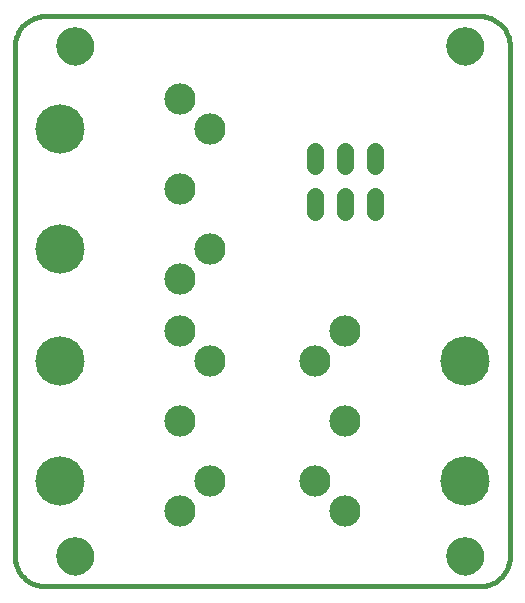
<source format=gts>
G75*
G70*
%OFA0B0*%
%FSLAX24Y24*%
%IPPOS*%
%LPD*%
%AMOC8*
5,1,8,0,0,1.08239X$1,22.5*
%
%ADD10C,0.0000*%
%ADD11C,0.1260*%
%ADD12C,0.0160*%
%ADD13C,0.1040*%
%ADD14C,0.1640*%
%ADD15C,0.0555*%
D10*
X002118Y001728D02*
X002120Y001777D01*
X002126Y001826D01*
X002136Y001874D01*
X002149Y001921D01*
X002167Y001967D01*
X002188Y002011D01*
X002212Y002054D01*
X002240Y002094D01*
X002271Y002133D01*
X002305Y002168D01*
X002342Y002201D01*
X002381Y002230D01*
X002423Y002256D01*
X002466Y002279D01*
X002512Y002298D01*
X002558Y002314D01*
X002606Y002326D01*
X002654Y002334D01*
X002703Y002338D01*
X002753Y002338D01*
X002802Y002334D01*
X002850Y002326D01*
X002898Y002314D01*
X002944Y002298D01*
X002990Y002279D01*
X003033Y002256D01*
X003075Y002230D01*
X003114Y002201D01*
X003151Y002168D01*
X003185Y002133D01*
X003216Y002094D01*
X003244Y002054D01*
X003268Y002011D01*
X003289Y001967D01*
X003307Y001921D01*
X003320Y001874D01*
X003330Y001826D01*
X003336Y001777D01*
X003338Y001728D01*
X003336Y001679D01*
X003330Y001630D01*
X003320Y001582D01*
X003307Y001535D01*
X003289Y001489D01*
X003268Y001445D01*
X003244Y001402D01*
X003216Y001362D01*
X003185Y001323D01*
X003151Y001288D01*
X003114Y001255D01*
X003075Y001226D01*
X003033Y001200D01*
X002990Y001177D01*
X002944Y001158D01*
X002898Y001142D01*
X002850Y001130D01*
X002802Y001122D01*
X002753Y001118D01*
X002703Y001118D01*
X002654Y001122D01*
X002606Y001130D01*
X002558Y001142D01*
X002512Y001158D01*
X002466Y001177D01*
X002423Y001200D01*
X002381Y001226D01*
X002342Y001255D01*
X002305Y001288D01*
X002271Y001323D01*
X002240Y001362D01*
X002212Y001402D01*
X002188Y001445D01*
X002167Y001489D01*
X002149Y001535D01*
X002136Y001582D01*
X002126Y001630D01*
X002120Y001679D01*
X002118Y001728D01*
X015118Y001728D02*
X015120Y001777D01*
X015126Y001826D01*
X015136Y001874D01*
X015149Y001921D01*
X015167Y001967D01*
X015188Y002011D01*
X015212Y002054D01*
X015240Y002094D01*
X015271Y002133D01*
X015305Y002168D01*
X015342Y002201D01*
X015381Y002230D01*
X015423Y002256D01*
X015466Y002279D01*
X015512Y002298D01*
X015558Y002314D01*
X015606Y002326D01*
X015654Y002334D01*
X015703Y002338D01*
X015753Y002338D01*
X015802Y002334D01*
X015850Y002326D01*
X015898Y002314D01*
X015944Y002298D01*
X015990Y002279D01*
X016033Y002256D01*
X016075Y002230D01*
X016114Y002201D01*
X016151Y002168D01*
X016185Y002133D01*
X016216Y002094D01*
X016244Y002054D01*
X016268Y002011D01*
X016289Y001967D01*
X016307Y001921D01*
X016320Y001874D01*
X016330Y001826D01*
X016336Y001777D01*
X016338Y001728D01*
X016336Y001679D01*
X016330Y001630D01*
X016320Y001582D01*
X016307Y001535D01*
X016289Y001489D01*
X016268Y001445D01*
X016244Y001402D01*
X016216Y001362D01*
X016185Y001323D01*
X016151Y001288D01*
X016114Y001255D01*
X016075Y001226D01*
X016033Y001200D01*
X015990Y001177D01*
X015944Y001158D01*
X015898Y001142D01*
X015850Y001130D01*
X015802Y001122D01*
X015753Y001118D01*
X015703Y001118D01*
X015654Y001122D01*
X015606Y001130D01*
X015558Y001142D01*
X015512Y001158D01*
X015466Y001177D01*
X015423Y001200D01*
X015381Y001226D01*
X015342Y001255D01*
X015305Y001288D01*
X015271Y001323D01*
X015240Y001362D01*
X015212Y001402D01*
X015188Y001445D01*
X015167Y001489D01*
X015149Y001535D01*
X015136Y001582D01*
X015126Y001630D01*
X015120Y001679D01*
X015118Y001728D01*
X015118Y018728D02*
X015120Y018777D01*
X015126Y018826D01*
X015136Y018874D01*
X015149Y018921D01*
X015167Y018967D01*
X015188Y019011D01*
X015212Y019054D01*
X015240Y019094D01*
X015271Y019133D01*
X015305Y019168D01*
X015342Y019201D01*
X015381Y019230D01*
X015423Y019256D01*
X015466Y019279D01*
X015512Y019298D01*
X015558Y019314D01*
X015606Y019326D01*
X015654Y019334D01*
X015703Y019338D01*
X015753Y019338D01*
X015802Y019334D01*
X015850Y019326D01*
X015898Y019314D01*
X015944Y019298D01*
X015990Y019279D01*
X016033Y019256D01*
X016075Y019230D01*
X016114Y019201D01*
X016151Y019168D01*
X016185Y019133D01*
X016216Y019094D01*
X016244Y019054D01*
X016268Y019011D01*
X016289Y018967D01*
X016307Y018921D01*
X016320Y018874D01*
X016330Y018826D01*
X016336Y018777D01*
X016338Y018728D01*
X016336Y018679D01*
X016330Y018630D01*
X016320Y018582D01*
X016307Y018535D01*
X016289Y018489D01*
X016268Y018445D01*
X016244Y018402D01*
X016216Y018362D01*
X016185Y018323D01*
X016151Y018288D01*
X016114Y018255D01*
X016075Y018226D01*
X016033Y018200D01*
X015990Y018177D01*
X015944Y018158D01*
X015898Y018142D01*
X015850Y018130D01*
X015802Y018122D01*
X015753Y018118D01*
X015703Y018118D01*
X015654Y018122D01*
X015606Y018130D01*
X015558Y018142D01*
X015512Y018158D01*
X015466Y018177D01*
X015423Y018200D01*
X015381Y018226D01*
X015342Y018255D01*
X015305Y018288D01*
X015271Y018323D01*
X015240Y018362D01*
X015212Y018402D01*
X015188Y018445D01*
X015167Y018489D01*
X015149Y018535D01*
X015136Y018582D01*
X015126Y018630D01*
X015120Y018679D01*
X015118Y018728D01*
X002118Y018728D02*
X002120Y018777D01*
X002126Y018826D01*
X002136Y018874D01*
X002149Y018921D01*
X002167Y018967D01*
X002188Y019011D01*
X002212Y019054D01*
X002240Y019094D01*
X002271Y019133D01*
X002305Y019168D01*
X002342Y019201D01*
X002381Y019230D01*
X002423Y019256D01*
X002466Y019279D01*
X002512Y019298D01*
X002558Y019314D01*
X002606Y019326D01*
X002654Y019334D01*
X002703Y019338D01*
X002753Y019338D01*
X002802Y019334D01*
X002850Y019326D01*
X002898Y019314D01*
X002944Y019298D01*
X002990Y019279D01*
X003033Y019256D01*
X003075Y019230D01*
X003114Y019201D01*
X003151Y019168D01*
X003185Y019133D01*
X003216Y019094D01*
X003244Y019054D01*
X003268Y019011D01*
X003289Y018967D01*
X003307Y018921D01*
X003320Y018874D01*
X003330Y018826D01*
X003336Y018777D01*
X003338Y018728D01*
X003336Y018679D01*
X003330Y018630D01*
X003320Y018582D01*
X003307Y018535D01*
X003289Y018489D01*
X003268Y018445D01*
X003244Y018402D01*
X003216Y018362D01*
X003185Y018323D01*
X003151Y018288D01*
X003114Y018255D01*
X003075Y018226D01*
X003033Y018200D01*
X002990Y018177D01*
X002944Y018158D01*
X002898Y018142D01*
X002850Y018130D01*
X002802Y018122D01*
X002753Y018118D01*
X002703Y018118D01*
X002654Y018122D01*
X002606Y018130D01*
X002558Y018142D01*
X002512Y018158D01*
X002466Y018177D01*
X002423Y018200D01*
X002381Y018226D01*
X002342Y018255D01*
X002305Y018288D01*
X002271Y018323D01*
X002240Y018362D01*
X002212Y018402D01*
X002188Y018445D01*
X002167Y018489D01*
X002149Y018535D01*
X002136Y018582D01*
X002126Y018630D01*
X002120Y018679D01*
X002118Y018728D01*
D11*
X002728Y018728D03*
X015728Y018728D03*
X015728Y001728D03*
X002728Y001728D03*
D12*
X000728Y001728D02*
X000728Y018728D01*
X000730Y018788D01*
X000735Y018849D01*
X000744Y018908D01*
X000757Y018967D01*
X000773Y019025D01*
X000793Y019083D01*
X000816Y019138D01*
X000843Y019193D01*
X000872Y019245D01*
X000905Y019296D01*
X000941Y019345D01*
X000979Y019391D01*
X001021Y019435D01*
X001065Y019477D01*
X001111Y019515D01*
X001160Y019551D01*
X001211Y019584D01*
X001263Y019613D01*
X001318Y019640D01*
X001373Y019663D01*
X001431Y019683D01*
X001489Y019699D01*
X001548Y019712D01*
X001607Y019721D01*
X001668Y019726D01*
X001728Y019728D01*
X016228Y019728D01*
X016288Y019726D01*
X016349Y019721D01*
X016408Y019712D01*
X016467Y019699D01*
X016526Y019683D01*
X016583Y019663D01*
X016638Y019640D01*
X016693Y019613D01*
X016745Y019584D01*
X016796Y019551D01*
X016845Y019515D01*
X016891Y019477D01*
X016935Y019435D01*
X016977Y019391D01*
X017015Y019345D01*
X017051Y019296D01*
X017084Y019245D01*
X017113Y019193D01*
X017140Y019138D01*
X017163Y019083D01*
X017183Y019026D01*
X017199Y018967D01*
X017212Y018908D01*
X017221Y018849D01*
X017226Y018788D01*
X017228Y018728D01*
X017228Y001728D01*
X017226Y001665D01*
X017220Y001603D01*
X017210Y001541D01*
X017197Y001479D01*
X017179Y001419D01*
X017158Y001360D01*
X017133Y001302D01*
X017104Y001246D01*
X017072Y001192D01*
X017037Y001140D01*
X016999Y001091D01*
X016957Y001043D01*
X016913Y000999D01*
X016865Y000957D01*
X016816Y000919D01*
X016764Y000884D01*
X016710Y000852D01*
X016654Y000823D01*
X016596Y000798D01*
X016537Y000777D01*
X016477Y000759D01*
X016415Y000746D01*
X016353Y000736D01*
X016291Y000730D01*
X016228Y000728D01*
X001728Y000728D01*
X001668Y000730D01*
X001607Y000735D01*
X001548Y000744D01*
X001489Y000757D01*
X001431Y000773D01*
X001373Y000793D01*
X001318Y000816D01*
X001263Y000843D01*
X001211Y000872D01*
X001160Y000905D01*
X001111Y000941D01*
X001065Y000979D01*
X001021Y001021D01*
X000979Y001065D01*
X000941Y001111D01*
X000905Y001160D01*
X000872Y001211D01*
X000843Y001263D01*
X000816Y001318D01*
X000793Y001373D01*
X000773Y001431D01*
X000757Y001489D01*
X000744Y001548D01*
X000735Y001607D01*
X000730Y001668D01*
X000728Y001728D01*
D13*
X006228Y003228D03*
X007228Y004228D03*
X006228Y006228D03*
X007228Y008228D03*
X006228Y009228D03*
X006228Y010978D03*
X007228Y011978D03*
X006228Y013978D03*
X007228Y015978D03*
X006228Y016978D03*
X011728Y009228D03*
X010728Y008228D03*
X011728Y006228D03*
X010728Y004228D03*
X011728Y003228D03*
D14*
X015728Y004228D03*
X015728Y008228D03*
X002228Y008228D03*
X002228Y011978D03*
X002228Y015978D03*
X002228Y004228D03*
D15*
X010728Y013213D02*
X010728Y013728D01*
X010728Y014728D02*
X010728Y015243D01*
X011728Y015243D02*
X011728Y014728D01*
X012728Y014728D02*
X012728Y015243D01*
X012728Y013728D02*
X012728Y013213D01*
X011728Y013213D02*
X011728Y013728D01*
M02*

</source>
